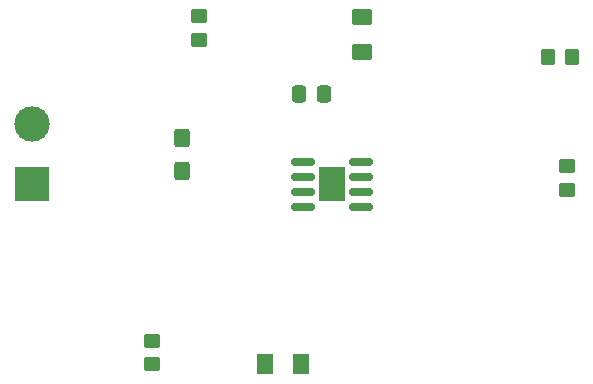
<source format=gbr>
%TF.GenerationSoftware,KiCad,Pcbnew,(6.0.10)*%
%TF.CreationDate,2023-02-17T09:21:37-08:00*%
%TF.ProjectId,Exercise2,45786572-6369-4736-9532-2e6b69636164,rev?*%
%TF.SameCoordinates,Original*%
%TF.FileFunction,Soldermask,Top*%
%TF.FilePolarity,Negative*%
%FSLAX46Y46*%
G04 Gerber Fmt 4.6, Leading zero omitted, Abs format (unit mm)*
G04 Created by KiCad (PCBNEW (6.0.10)) date 2023-02-17 09:21:37*
%MOMM*%
%LPD*%
G01*
G04 APERTURE LIST*
G04 Aperture macros list*
%AMRoundRect*
0 Rectangle with rounded corners*
0 $1 Rounding radius*
0 $2 $3 $4 $5 $6 $7 $8 $9 X,Y pos of 4 corners*
0 Add a 4 corners polygon primitive as box body*
4,1,4,$2,$3,$4,$5,$6,$7,$8,$9,$2,$3,0*
0 Add four circle primitives for the rounded corners*
1,1,$1+$1,$2,$3*
1,1,$1+$1,$4,$5*
1,1,$1+$1,$6,$7*
1,1,$1+$1,$8,$9*
0 Add four rect primitives between the rounded corners*
20,1,$1+$1,$2,$3,$4,$5,0*
20,1,$1+$1,$4,$5,$6,$7,0*
20,1,$1+$1,$6,$7,$8,$9,0*
20,1,$1+$1,$8,$9,$2,$3,0*%
G04 Aperture macros list end*
%ADD10RoundRect,0.250000X0.337500X0.475000X-0.337500X0.475000X-0.337500X-0.475000X0.337500X-0.475000X0*%
%ADD11RoundRect,0.250000X-0.450000X0.350000X-0.450000X-0.350000X0.450000X-0.350000X0.450000X0.350000X0*%
%ADD12RoundRect,0.150000X-0.825000X-0.150000X0.825000X-0.150000X0.825000X0.150000X-0.825000X0.150000X0*%
%ADD13R,2.290000X3.000000*%
%ADD14RoundRect,0.250000X-0.350000X-0.450000X0.350000X-0.450000X0.350000X0.450000X-0.350000X0.450000X0*%
%ADD15R,3.000000X3.000000*%
%ADD16C,3.000000*%
%ADD17RoundRect,0.250001X0.462499X0.624999X-0.462499X0.624999X-0.462499X-0.624999X0.462499X-0.624999X0*%
%ADD18RoundRect,0.250000X0.425000X-0.537500X0.425000X0.537500X-0.425000X0.537500X-0.425000X-0.537500X0*%
%ADD19RoundRect,0.250001X-0.624999X0.462499X-0.624999X-0.462499X0.624999X-0.462499X0.624999X0.462499X0*%
G04 APERTURE END LIST*
D10*
%TO.C,C2*%
X113612500Y-73660000D03*
X111537500Y-73660000D03*
%TD*%
D11*
%TO.C,R4*%
X99060000Y-94520000D03*
X99060000Y-96520000D03*
%TD*%
D12*
%TO.C,U1*%
X111825000Y-79375000D03*
X111825000Y-80645000D03*
X111825000Y-81915000D03*
X111825000Y-83185000D03*
X116775000Y-83185000D03*
X116775000Y-81915000D03*
X116775000Y-80645000D03*
X116775000Y-79375000D03*
D13*
X114300000Y-81280000D03*
%TD*%
D14*
%TO.C,R1*%
X132620000Y-70495000D03*
X134620000Y-70495000D03*
%TD*%
D15*
%TO.C,J1*%
X88900000Y-81280000D03*
D16*
X88900000Y-76200000D03*
%TD*%
D17*
%TO.C,D2*%
X111647500Y-96520000D03*
X108672500Y-96520000D03*
%TD*%
D11*
%TO.C,R3*%
X103070000Y-67040000D03*
X103070000Y-69040000D03*
%TD*%
D18*
%TO.C,C1*%
X101600000Y-80177500D03*
X101600000Y-77302500D03*
%TD*%
D19*
%TO.C,D1*%
X116840000Y-67092500D03*
X116840000Y-70067500D03*
%TD*%
D11*
%TO.C,R2*%
X134210000Y-79740000D03*
X134210000Y-81740000D03*
%TD*%
M02*

</source>
